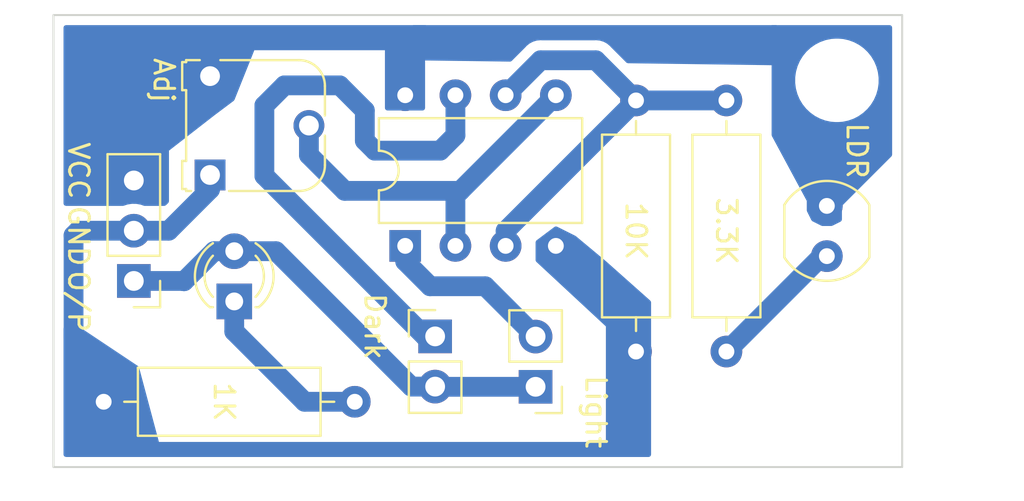
<source format=kicad_pcb>
(kicad_pcb (version 20211014) (generator pcbnew)
  (title_block (title "LDR MODULE") (date "2022-10-02") (rev "1.1"))
  (layers (0 "F.Cu" signal) (31 "B.Cu" signal) (34 "B.Paste" user) (35 "F.Paste" user) (36 "B.SilkS" user "B.Silkscreen") (37 "F.SilkS" user "F.Silkscreen") (38 "B.Mask" user) (39 "F.Mask" user) (44 "Edge.Cuts" user))
  (net 0 "")
  (net 1 "GND")
  (net 2 "O{slash}P")
  (net 3 "Net-(J1-Pad2)")
  (net 4 "Net-(J2-Pad1)")
  (net 5 "VCC")
  (net 6 "Net-(R2-Pad2)")
  (net 7 "Net-(R3-Pad1)")
  (net 8 "Net-(RV1-Pad2)")
  (net 9 "Net-(D1-Pad1)")
  (footprint "MountingHole:MountingHole_3.2mm_M3" (layer "F.Cu") (at 62.484 42.418)
    (fp_text reference "REF**" hide)
    (fp_text value "MountingHole_3.2mm_M3")
    (pad "" np_thru_hole circle locked (at 0 0) (size 3.2 3.2) (drill 3.2) (layers F&B.Cu *.Mask))
  )
  (footprint "Resistor_THT:R_Axial_DIN0309_L9.0mm_D3.2mm_P12.70mm_Horizontal" (layer "F.Cu") (at 38.1 42.418 180)
    (fp_text reference "R1" hide)
    (fp_text value "1k")
    (fp_line (start 1.73 -1.72) (end 1.73 1.72) (layer "F.SilkS") (width 0.12))
    (fp_line (start 11.66 0) (end 10.97 0) (layer "F.SilkS") (width 0.12))
    (fp_line (start 10.97 -1.72) (end 1.73 -1.72) (layer "F.SilkS") (width 0.12))
    (fp_line (start 10.97 1.72) (end 10.97 -1.72) (layer "F.SilkS") (width 0.12))
    (fp_line (start 1.73 1.72) (end 10.97 1.72) (layer "F.SilkS") (width 0.12))
    (fp_line (start 1.04 0) (end 1.73 0) (layer "F.SilkS") (width 0.12))
    (pad "1" thru_hole circle (at 0 0 180) (size 1.6 1.6) (drill 0.8) (layers *.Cu *.Mask) (net 9 "Net-(D1-Pad1)"))
    (pad "2" thru_hole oval (at 12.7 0 180) (size 1.6 1.6) (drill 0.8) (layers *.Cu *.Mask) (net 1 "GND"))
  )
  (footprint "Connector_PinHeader_2.54mm:PinHeader_1x02_P2.54mm_Vertical" (layer "F.Cu") (at 42.164 39.111)
    (fp_text reference "J2" hide)
    (fp_text value "Conn_01x02_Male")
    (fp_line (start -1.33 3.87) (end 1.33 3.87) (layer "F.SilkS") (width 0.12))
    (fp_line (start -1.33 -1.33) (end 0 -1.33) (layer "F.SilkS") (width 0.12))
    (fp_line (start 1.33 1.27) (end 1.33 3.87) (layer "F.SilkS") (width 0.12))
    (fp_line (start -1.33 1.27) (end -1.33 3.87) (layer "F.SilkS") (width 0.12))
    (fp_line (start -1.33 1.27) (end 1.33 1.27) (layer "F.SilkS") (width 0.12))
    (fp_line (start -1.33 0) (end -1.33 -1.33) (layer "F.SilkS") (width 0.12))
    (pad "1" thru_hole rect (at 0 0) (size 1.7 1.7) (drill 1) (layers *.Cu *.Mask) (net 4 "Net-(J2-Pad1)"))
    (pad "2" thru_hole oval (at 0 2.54) (size 1.7 1.7) (drill 1) (layers *.Cu *.Mask) (net 2 "O{slash}P"))
  )
  (footprint "Potentiometer_THT:Potentiometer_Runtron_RM-065_Vertical" (layer "F.Cu") (at 30.78 30.948 90)
    (fp_text reference "RV1" hide)
    (fp_text value "10k")
    (fp_line (start -0.71 -1.41) (end 0.71 -1.41) (layer "F.SilkS") (width 0.12))
    (fp_line (start 5.71 -1.41) (end 5.71 -1.21) (layer "F.SilkS") (width 0.12))
    (fp_line (start -0.81 4.5) (end -0.81 0.96) (layer "F.SilkS") (width 0.12))
    (fp_line (start -0.71 -1.21) (end -0.81 -1.21) (layer "F.SilkS") (width 0.12))
    (fp_line (start 0.71 -1.21) (end 0.71 -1.41) (layer "F.SilkS") (width 0.12))
    (fp_line (start -0.81 -1.21) (end -0.81 -0.96) (layer "F.SilkS") (width 0.12))
    (fp_line (start 4.29 -1.41) (end 5.71 -1.41) (layer "F.SilkS") (width 0.12))
    (fp_line (start 5.81 -1.21) (end 5.81 -0.52) (layer "F.SilkS") (width 0.12))
    (fp_line (start -0.71 -1.41) (end -0.71 -1.21) (layer "F.SilkS") (width 0.12))
    (fp_line (start 5.71 -1.21) (end 5.81 -1.21) (layer "F.SilkS") (width 0.12))
    (fp_line (start 4.29 -1.21) (end 4.29 -1.41) (layer "F.SilkS") (width 0.12))
    (fp_line (start 1.99 5.81) (end 0.5 5.81) (layer "F.SilkS") (width 0.12))
    (fp_line (start 5.81 0.52) (end 5.81 4.5) (layer "F.SilkS") (width 0.12))
    (fp_line (start 4.5 5.81) (end 3.01 5.81) (layer "F.SilkS") (width 0.12))
    (fp_line (start 0.71 -1.21) (end 4.29 -1.21) (layer "F.SilkS") (width 0.12))
    (fp_arc (start 0.5 5.81) (mid -0.42631 5.42631) (end -0.81 4.5) (layer "F.SilkS") (width 0.12))
    (fp_arc (start 5.81 4.5) (mid 5.42631 5.42631) (end 4.5 5.81) (layer "F.SilkS") (width 0.12))
    (pad "1" thru_hole rect (at 0 0 90) (size 1.56 1.56) (drill 1) (layers *.Cu *.Mask) (net 1 "GND"))
    (pad "2" thru_hole circle (at 2.5 5 90) (size 1.56 1.56) (drill 1) (layers *.Cu *.Mask) (net 8 "Net-(RV1-Pad2)"))
    (pad "3" thru_hole circle (at 5 0 90) (size 1.56 1.56) (drill 1) (layers *.Cu *.Mask) (net 5 "VCC"))
  )
  (footprint "MountingHole:MountingHole_3.2mm_M3" (layer "F.Cu") (at 62.484 26.162)
    (fp_text reference "REF**" hide)
    (fp_text value "MountingHole_3.2mm_M3")
    (pad "" np_thru_hole circle locked (at 0 0) (size 3.2 3.2) (drill 3.2) (layers F&B.Cu *.Mask))
  )
  (footprint "OptoDevice:R_LDR_4.9x4.2mm_P2.54mm_Vertical" (layer "F.Cu") (at 61.976 32.512 -90)
    (fp_text reference "R2" hide)
    (fp_text value "LDR")
    (fp_line (start -0.05 2.15) (end 2.6 2.15) (layer "F.SilkS") (width 0.12))
    (fp_line (start -0.05 -2.15) (end 2.6 -2.15) (layer "F.SilkS") (width 0.12))
    (fp_arc (start -0.05 2.15) (mid -1.262424 0.01494) (end -0.075476 -2.134388) (layer "F.SilkS") (width 0.12))
    (fp_arc (start 2.6 -2.15) (mid 3.788646 -0.016616) (end 2.628027 2.132145) (layer "F.SilkS") (width 0.12))
    (pad "1" thru_hole circle (at 0 0 270) (size 1.6 1.6) (drill 0.8) (layers *.Cu *.Mask) (net 5 "VCC"))
    (pad "2" thru_hole circle (at 2.54 0 270) (size 1.6 1.6) (drill 0.8) (layers *.Cu *.Mask) (net 6 "Net-(R2-Pad2)"))
  )
  (footprint "LED_THT:LED_D3.0mm" (layer "F.Cu") (at 32.004 37.343 90)
    (fp_text reference "D1" hide)
    (fp_text value "LED")
    (fp_line (start -0.29 -1.236) (end -0.29 -1.08) (layer "F.SilkS") (width 0.12))
    (fp_line (start -0.29 1.08) (end -0.29 1.236) (layer "F.SilkS") (width 0.12))
    (fp_arc (start 2.942335 1.078608) (mid 1.366487 1.987659) (end -0.29 1.235516) (layer "F.SilkS") (width 0.12))
    (fp_arc (start -0.29 -1.235516) (mid 1.366487 -1.987659) (end 2.942335 -1.078608) (layer "F.SilkS") (width 0.12))
    (fp_arc (start 0.229039 -1.08) (mid 1.270117 -1.5) (end 2.31113 -1.079837) (layer "F.SilkS") (width 0.12))
    (fp_arc (start 2.31113 1.079837) (mid 1.270117 1.5) (end 0.229039 1.08) (layer "F.SilkS") (width 0.12))
    (pad "1" thru_hole rect (at 0 0 90) (size 1.8 1.8) (drill 0.9) (layers *.Cu *.Mask) (net 9 "Net-(D1-Pad1)"))
    (pad "2" thru_hole circle (at 2.54 0 90) (size 1.8 1.8) (drill 0.9) (layers *.Cu *.Mask) (net 2 "O{slash}P"))
  )
  (footprint "Connector_PinHeader_2.54mm:PinHeader_1x03_P2.54mm_Vertical" (layer "F.Cu") (at 26.924 36.307 180)
    (fp_text reference "J3" hide)
    (fp_text value "Conn_01x03_Male")
    (fp_line (start -1.33 -1.33) (end 0 -1.33) (layer "F.SilkS") (width 0.12))
    (fp_line (start -1.33 1.27) (end -1.33 6.41) (layer "F.SilkS") (width 0.12))
    (fp_line (start -1.33 6.41) (end 1.33 6.41) (layer "F.SilkS") (width 0.12))
    (fp_line (start -1.33 0) (end -1.33 -1.33) (layer "F.SilkS") (width 0.12))
    (fp_line (start -1.33 1.27) (end 1.33 1.27) (layer "F.SilkS") (width 0.12))
    (fp_line (start 1.33 1.27) (end 1.33 6.41) (layer "F.SilkS") (width 0.12))
    (pad "1" thru_hole rect (at 0 0 180) (size 1.7 1.7) (drill 1) (layers *.Cu *.Mask) (net 2 "O{slash}P"))
    (pad "2" thru_hole oval (at 0 2.54 180) (size 1.7 1.7) (drill 1) (layers *.Cu *.Mask) (net 1 "GND"))
    (pad "3" thru_hole oval (at 0 5.08 180) (size 1.7 1.7) (drill 1) (layers *.Cu *.Mask) (net 5 "VCC"))
  )
  (footprint "Resistor_THT:R_Axial_DIN0309_L9.0mm_D3.2mm_P12.70mm_Horizontal" (layer "F.Cu") (at 52.324 27.178 -90)
    (fp_text reference "R3" hide)
    (fp_text value "10k")
    (fp_line (start 10.97 1.72) (end 10.97 -1.72) (layer "F.SilkS") (width 0.12))
    (fp_line (start 10.97 -1.72) (end 1.73 -1.72) (layer "F.SilkS") (width 0.12))
    (fp_line (start 1.73 1.72) (end 10.97 1.72) (layer "F.SilkS") (width 0.12))
    (fp_line (start 11.66 0) (end 10.97 0) (layer "F.SilkS") (width 0.12))
    (fp_line (start 1.04 0) (end 1.73 0) (layer "F.SilkS") (width 0.12))
    (fp_line (start 1.73 -1.72) (end 1.73 1.72) (layer "F.SilkS") (width 0.12))
    (pad "1" thru_hole circle (at 0 0 270) (size 1.6 1.6) (drill 0.8) (layers *.Cu *.Mask) (net 7 "Net-(R3-Pad1)"))
    (pad "2" thru_hole oval (at 12.7 0 270) (size 1.6 1.6) (drill 0.8) (layers *.Cu *.Mask) (net 1 "GND"))
  )
  (footprint "Package_DIP:DIP-8_W7.62mm" (layer "F.Cu") (at 40.65 34.534 90)
    (fp_text reference "U1" hide)
    (fp_text value "LM358")
    (fp_line (start 1.16 8.95) (end 6.46 8.95) (layer "F.SilkS") (width 0.12))
    (fp_line (start 2.81 -1.33) (end 1.16 -1.33) (layer "F.SilkS") (width 0.12))
    (fp_line (start 1.16 -1.33) (end 1.16 8.95) (layer "F.SilkS") (width 0.12))
    (fp_line (start 6.46 -1.33) (end 4.81 -1.33) (layer "F.SilkS") (width 0.12))
    (fp_line (start 6.46 8.95) (end 6.46 -1.33) (layer "F.SilkS") (width 0.12))
    (fp_arc (start 4.81 -1.33) (mid 3.81 -0.33) (end 2.81 -1.33) (layer "F.SilkS") (width 0.12))
    (pad "1" thru_hole rect (at 0 0 90) (size 1.6 1.6) (drill 0.8) (layers *.Cu *.Mask) (net 3 "Net-(J1-Pad2)"))
    (pad "2" thru_hole oval (at 0 2.54 90) (size 1.6 1.6) (drill 0.8) (layers *.Cu *.Mask) (net 8 "Net-(RV1-Pad2)"))
    (pad "3" thru_hole oval (at 0 5.08 90) (size 1.6 1.6) (drill 0.8) (layers *.Cu *.Mask) (net 7 "Net-(R3-Pad1)"))
    (pad "4" thru_hole oval (at 0 7.62 90) (size 1.6 1.6) (drill 0.8) (layers *.Cu *.Mask) (net 1 "GND"))
    (pad "5" thru_hole oval (at 7.62 7.62 90) (size 1.6 1.6) (drill 0.8) (layers *.Cu *.Mask) (net 8 "Net-(RV1-Pad2)"))
    (pad "6" thru_hole oval (at 7.62 5.08 90) (size 1.6 1.6) (drill 0.8) (layers *.Cu *.Mask) (net 7 "Net-(R3-Pad1)"))
    (pad "7" thru_hole oval (at 7.62 2.54 90) (size 1.6 1.6) (drill 0.8) (layers *.Cu *.Mask) (net 4 "Net-(J2-Pad1)"))
    (pad "8" thru_hole oval (at 7.62 0 90) (size 1.6 1.6) (drill 0.8) (layers *.Cu *.Mask) (net 5 "VCC"))
  )
  (footprint "Connector_PinHeader_2.54mm:PinHeader_1x02_P2.54mm_Vertical" (layer "F.Cu") (at 47.244 41.661 180)
    (fp_text reference "J1" hide)
    (fp_text value "Conn_01x02_Male")
    (fp_line (start -1.33 0) (end -1.33 -1.33) (layer "F.SilkS") (width 0.12))
    (fp_line (start -1.33 1.27) (end -1.33 3.87) (layer "F.SilkS") (width 0.12))
    (fp_line (start -1.33 1.27) (end 1.33 1.27) (layer "F.SilkS") (width 0.12))
    (fp_line (start -1.33 3.87) (end 1.33 3.87) (layer "F.SilkS") (width 0.12))
    (fp_line (start 1.33 1.27) (end 1.33 3.87) (layer "F.SilkS") (width 0.12))
    (fp_line (start -1.33 -1.33) (end 0 -1.33) (layer "F.SilkS") (width 0.12))
    (pad "1" thru_hole rect (at 0 0 180) (size 1.7 1.7) (drill 1) (layers *.Cu *.Mask) (net 2 "O{slash}P"))
    (pad "2" thru_hole oval (at 0 2.54 180) (size 1.7 1.7) (drill 1) (layers *.Cu *.Mask) (net 3 "Net-(J1-Pad2)"))
  )
  (footprint "Resistor_THT:R_Axial_DIN0309_L9.0mm_D3.2mm_P12.70mm_Horizontal" (layer "F.Cu") (at 56.896 39.878 90)
    (fp_text reference "R4" hide)
    (fp_text value "330")
    (fp_line (start 10.97 1.72) (end 10.97 -1.72) (layer "F.SilkS") (width 0.12))
    (fp_line (start 1.04 0) (end 1.73 0) (layer "F.SilkS") (width 0.12))
    (fp_line (start 10.97 -1.72) (end 1.73 -1.72) (layer "F.SilkS") (width 0.12))
    (fp_line (start 11.66 0) (end 10.97 0) (layer "F.SilkS") (width 0.12))
    (fp_line (start 1.73 1.72) (end 10.97 1.72) (layer "F.SilkS") (width 0.12))
    (fp_line (start 1.73 -1.72) (end 1.73 1.72) (layer "F.SilkS") (width 0.12))
    (pad "1" thru_hole circle (at 0 0 90) (size 1.6 1.6) (drill 0.8) (layers *.Cu *.Mask) (net 6 "Net-(R2-Pad2)"))
    (pad "2" thru_hole oval (at 12.7 0 90) (size 1.6 1.6) (drill 0.8) (layers *.Cu *.Mask) (net 7 "Net-(R3-Pad1)"))
  )
  (gr_rect (start 22.86 22.86) (end 65.786 45.72) (layer "Edge.Cuts") (width 0.1) (fill none))
  (gr_text "3.3K" (at 56.896 33.782 270) (layer "F.SilkS") (effects (font (size 1 1))))
  (gr_text "GND" (at 24.13 34.036 270) (layer "F.SilkS") (effects (font (size 1 1))))
  (gr_text "Dark" (at 39.116 38.608 270) (layer "F.SilkS") (effects (font (size 1 1))))
  (gr_text "Light" (at 50.292 42.926 270) (layer "F.SilkS") (effects (font (size 1 1))))
  (gr_text "10K" (at 52.324 33.782 270) (layer "F.SilkS") (effects (font (size 1 1))))
  (gr_text "VCC" (at 24.13 30.734 270) (layer "F.SilkS") (effects (font (size 1 1))))
  (gr_text "O/P" (at 24.13 37.338 270) (layer "F.SilkS") (effects (font (size 1 1))))
  (gr_text "LDR" (at 63.5 29.718 270) (layer "F.SilkS") (effects (font (size 1 1))))
  (gr_text "Adj" (at 28.448 26.162 270) (layer "F.SilkS") (effects (font (size 1 1))))
  (gr_text "1K" (at 31.496 42.418 270) (layer "F.SilkS") (effects (font (size 1 1))))
  (segment (start 24.115 33.767) (end 23.876 34.006) (width 1) (layer "B.Cu") (net 1))
  (segment (start 30.78 31.674) (end 28.687 33.767) (width 1) (layer "B.Cu") (net 1))
  (segment (start 23.876 39.116) (end 24.892 40.132) (width 1) (layer "B.Cu") (net 1))
  (segment (start 26.924 33.767) (end 24.115 33.767) (width 1) (layer "B.Cu") (net 1))
  (segment (start 23.876 34.006) (end 23.876 39.116) (width 1) (layer "B.Cu") (net 1))
  (segment (start 26.924 33.767) (end 28.687 33.767) (width 1) (layer "B.Cu") (net 1))
  (segment (start 30.78 30.948) (end 30.78 31.674) (width 1) (layer "B.Cu") (net 1))
  (segment (start 34.113919 34.803) (end 32.004 34.803) (width 1) (layer "B.Cu") (net 2))
  (segment (start 32.004 34.803) (end 30.983 34.803) (width 1) (layer "B.Cu") (net 2))
  (segment (start 47.244 41.661) (end 42.174 41.661) (width 1) (layer "B.Cu") (net 2))
  (segment (start 29.464 36.322) (end 29.449 36.307) (width 1) (layer "B.Cu") (net 2))
  (segment (start 40.961919 41.651) (end 34.113919 34.803) (width 1) (layer "B.Cu") (net 2))
  (segment (start 42.174 41.661) (end 42.164 41.651) (width 1) (layer "B.Cu") (net 2))
  (segment (start 29.449 36.307) (end 26.924 36.307) (width 1) (layer "B.Cu") (net 2))
  (segment (start 30.983 34.803) (end 29.464 36.322) (width 1) (layer "B.Cu") (net 2))
  (segment (start 42.164 41.651) (end 40.961919 41.651) (width 1) (layer "B.Cu") (net 2))
  (segment (start 41.91 36.576) (end 40.65 35.316) (width 1) (layer "B.Cu") (net 3))
  (segment (start 47.244 39.121) (end 44.699 36.576) (width 1) (layer "B.Cu") (net 3))
  (segment (start 44.699 36.576) (end 41.91 36.576) (width 1) (layer "B.Cu") (net 3))
  (segment (start 40.65 35.316) (end 40.65 34.534) (width 1) (layer "B.Cu") (net 3))
  (segment (start 34.544 26.416) (end 37.338 26.416) (width 1) (layer "B.Cu") (net 4))
  (segment (start 43.19 28.946) (end 43.19 26.914) (width 1) (layer "B.Cu") (net 4))
  (segment (start 38.608 29.21) (end 39.116 29.718) (width 1) (layer "B.Cu") (net 4))
  (segment (start 37.338 26.416) (end 38.608 27.686) (width 1) (layer "B.Cu") (net 4))
  (segment (start 41.651 39.111) (end 33.528 30.988) (width 1) (layer "B.Cu") (net 4))
  (segment (start 33.528 30.988) (end 33.528 27.432) (width 1) (layer "B.Cu") (net 4))
  (segment (start 42.164 39.111) (end 41.651 39.111) (width 1) (layer "B.Cu") (net 4))
  (segment (start 42.418 29.718) (end 43.19 28.946) (width 1) (layer "B.Cu") (net 4))
  (segment (start 39.116 29.718) (end 42.418 29.718) (width 1) (layer "B.Cu") (net 4))
  (segment (start 38.608 27.686) (end 38.608 29.21) (width 1) (layer "B.Cu") (net 4))
  (segment (start 33.528 27.432) (end 34.544 26.416) (width 1) (layer "B.Cu") (net 4))
  (segment (start 61.722 35.052) (end 56.896 39.878) (width 1) (layer "B.Cu") (net 6))
  (segment (start 61.976 35.052) (end 61.722 35.052) (width 1) (layer "B.Cu") (net 6))
  (segment (start 56.896 27.178) (end 52.324 27.178) (width 1) (layer "B.Cu") (net 7))
  (segment (start 45.73 33.772) (end 45.73 34.534) (width 1) (layer "B.Cu") (net 7))
  (segment (start 47.498 25.146) (end 45.73 26.914) (width 1) (layer "B.Cu") (net 7))
  (segment (start 50.292 25.146) (end 47.498 25.146) (width 1) (layer "B.Cu") (net 7))
  (segment (start 52.324 27.178) (end 50.292 25.146) (width 1) (layer "B.Cu") (net 7))
  (segment (start 52.324 27.178) (end 45.73 33.772) (width 1) (layer "B.Cu") (net 7))
  (segment (start 43.434 31.75) (end 43.19 31.994) (width 1) (layer "B.Cu") (net 8))
  (segment (start 48.27 26.914) (end 43.434 31.75) (width 1) (layer "B.Cu") (net 8))
  (segment (start 43.19 31.994) (end 43.19 34.534) (width 1) (layer "B.Cu") (net 8))
  (segment (start 43.434 31.75) (end 37.592 31.75) (width 1) (layer "B.Cu") (net 8))
  (segment (start 35.78 29.938) (end 35.78 28.448) (width 1) (layer "B.Cu") (net 8))
  (segment (start 37.592 31.75) (end 35.78 29.938) (width 1) (layer "B.Cu") (net 8))
  (segment (start 32.004 38.862) (end 35.56 42.418) (width 1) (layer "B.Cu") (net 9))
  (segment (start 35.56 42.418) (end 38.1 42.418) (width 1) (layer "B.Cu") (net 9))
  (segment (start 32.004 37.343) (end 32.004 38.862) (width 1) (layer "B.Cu") (net 9))
  (zone (net 5) (net_name "VCC") (layer "B.Cu") (connect_pads yes (clearance 0.508)) (min_thickness 0.254) (fill yes (thermal_gap 0.508) (thermal_bridge_width 0.508))
    (polygon (pts (xy 41.656 23.622) (xy 41.656 27.686) (xy 39.624 27.686) (xy 39.624 24.638) (xy 33.02 24.638) (xy 32.004 27.178) (xy 30.988 27.94) (xy 28.702 29.718) (xy 28.702 32.512) (xy 22.86 32.512) (xy 22.86 22.098) (xy 41.91 22.098)))
  )
  (zone (net 5) (net_name "VCC") (layer "B.Cu") (connect_pads yes (clearance 0.508)) (min_thickness 0.254) (fill yes (thermal_gap 0.508) (thermal_bridge_width 0.508))
    (polygon (pts (xy 65.278 29.972) (xy 62.738 32.512) (xy 62.738 33.274) (xy 62.23 33.528) (xy 61.722 33.528) (xy 61.214 33.274) (xy 60.96 32.766) (xy 60.96 32.258) (xy 59.182 28.956) (xy 59.182 23.368) (xy 65.278 23.368)))
  )
  (zone (net 5) (net_name "VCC") (layer "B.Cu") (connect_pads yes (clearance 0.508)) (min_thickness 0.254) (fill yes (thermal_gap 0.508) (thermal_bridge_width 0.508))
    (polygon (pts (xy 59.436 22.352) (xy 59.436 25.4) (xy 40.894 25.146) (xy 41.148 22.098) (xy 41.402 22.098)))
  )
  (zone (net 1) (net_name "GND") (layer "B.Cu") (connect_pads yes (clearance 0.508)) (min_thickness 0.254) (fill yes (thermal_gap 0.508) (thermal_bridge_width 0.508))
    (polygon (pts (xy 50.8 35.306) (xy 53.086 37.338001) (xy 53.086 46.482) (xy 22.098 46.482) (xy 22.098 38.608) (xy 24.13 38.608) (xy 27.178 40.64) (xy 28.194 44.45) (xy 50.8 44.45) (xy 50.8 38.608) (xy 47.244 35.306) (xy 47.244 34.29) (xy 48.26 33.528) (xy 49.276 34.036)))
  )
)
</source>
